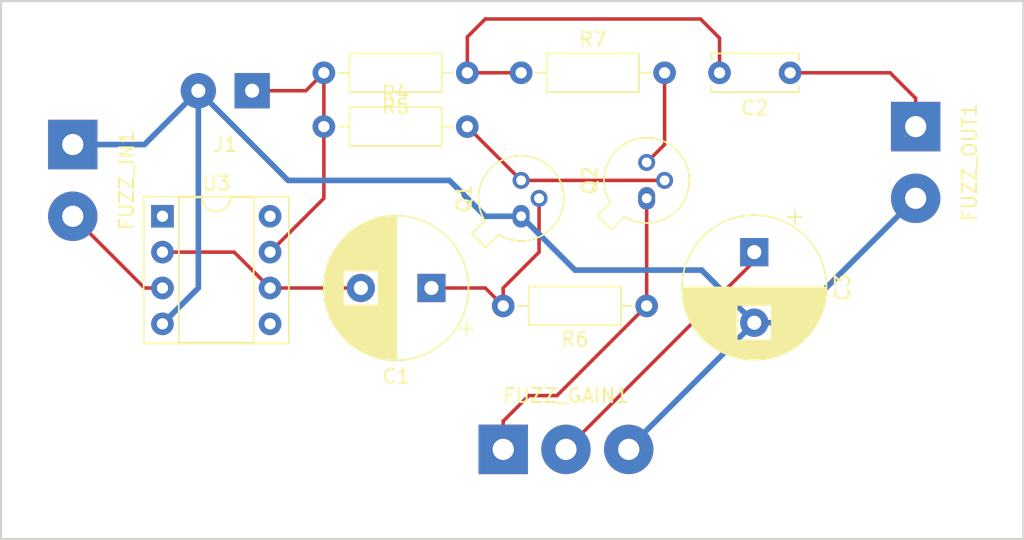
<source format=kicad_pcb>
(kicad_pcb (version 20171130) (host pcbnew 5.0.2-bee76a0~70~ubuntu18.04.1)

  (general
    (thickness 1.6)
    (drawings 4)
    (tracks 51)
    (zones 0)
    (modules 14)
    (nets 15)
  )

  (page A4)
  (layers
    (0 F.Cu signal)
    (31 B.Cu signal)
    (32 B.Adhes user)
    (33 F.Adhes user)
    (34 B.Paste user)
    (35 F.Paste user)
    (36 B.SilkS user)
    (37 F.SilkS user)
    (38 B.Mask user)
    (39 F.Mask user)
    (40 Dwgs.User user)
    (41 Cmts.User user)
    (42 Eco1.User user)
    (43 Eco2.User user)
    (44 Edge.Cuts user)
    (45 Margin user)
    (46 B.CrtYd user)
    (47 F.CrtYd user)
    (48 B.Fab user)
    (49 F.Fab user)
  )

  (setup
    (last_trace_width 0.25)
    (trace_clearance 0.2)
    (zone_clearance 0.508)
    (zone_45_only no)
    (trace_min 0.2)
    (segment_width 0.2)
    (edge_width 0.15)
    (via_size 0.8)
    (via_drill 0.4)
    (via_min_size 0.4)
    (via_min_drill 0.3)
    (uvia_size 0.3)
    (uvia_drill 0.1)
    (uvias_allowed no)
    (uvia_min_size 0.2)
    (uvia_min_drill 0.1)
    (pcb_text_width 0.3)
    (pcb_text_size 1.5 1.5)
    (mod_edge_width 0.15)
    (mod_text_size 1 1)
    (mod_text_width 0.15)
    (pad_size 1.524 1.524)
    (pad_drill 0.762)
    (pad_to_mask_clearance 0.051)
    (solder_mask_min_width 0.25)
    (aux_axis_origin 0 0)
    (grid_origin 12.7 50.8)
    (visible_elements FFFFFF7F)
    (pcbplotparams
      (layerselection 0x010fc_ffffffff)
      (usegerberextensions false)
      (usegerberattributes false)
      (usegerberadvancedattributes false)
      (creategerberjobfile false)
      (excludeedgelayer true)
      (linewidth 0.100000)
      (plotframeref false)
      (viasonmask false)
      (mode 1)
      (useauxorigin false)
      (hpglpennumber 1)
      (hpglpenspeed 20)
      (hpglpendiameter 15.000000)
      (psnegative false)
      (psa4output false)
      (plotreference true)
      (plotvalue true)
      (plotinvisibletext false)
      (padsonsilk false)
      (subtractmaskfromsilk false)
      (outputformat 1)
      (mirror false)
      (drillshape 1)
      (scaleselection 1)
      (outputdirectory ""))
  )

  (net 0 "")
  (net 1 "Net-(C1-Pad1)")
  (net 2 "Net-(C1-Pad2)")
  (net 3 "Net-(C2-Pad1)")
  (net 4 "Net-(C2-Pad2)")
  (net 5 GND)
  (net 6 "Net-(C3-Pad1)")
  (net 7 "Net-(Q1-Pad3)")
  (net 8 "Net-(Q2-Pad3)")
  (net 9 "Net-(FUZZ_GAIN1-Pad1)")
  (net 10 "Net-(U3-Pad1)")
  (net 11 "Net-(U3-Pad5)")
  (net 12 "Net-(FUZZ_IN1-Pad2)")
  (net 13 "Net-(U3-Pad8)")
  (net 14 "Net-(J1-Pad1)")

  (net_class Default "This is the default net class."
    (clearance 0.2)
    (trace_width 0.25)
    (via_dia 0.8)
    (via_drill 0.4)
    (uvia_dia 0.3)
    (uvia_drill 0.1)
    (add_net GND)
    (add_net "Net-(C1-Pad1)")
    (add_net "Net-(C1-Pad2)")
    (add_net "Net-(C2-Pad1)")
    (add_net "Net-(C2-Pad2)")
    (add_net "Net-(C3-Pad1)")
    (add_net "Net-(FUZZ_GAIN1-Pad1)")
    (add_net "Net-(FUZZ_IN1-Pad2)")
    (add_net "Net-(J1-Pad1)")
    (add_net "Net-(Q1-Pad3)")
    (add_net "Net-(Q2-Pad3)")
    (add_net "Net-(U3-Pad1)")
    (add_net "Net-(U3-Pad5)")
    (add_net "Net-(U3-Pad8)")
  )

  (module Connector_Wire:SolderWirePad_1x02_P3.81mm_Drill1mm (layer F.Cu) (tedit 5AEE5F04) (tstamp 5C925570)
    (at 30.48 19.05 180)
    (descr "Wire solder connection")
    (tags connector)
    (path /5C9241B5)
    (attr virtual)
    (fp_text reference J1 (at 1.905 -3.81 180) (layer F.SilkS)
      (effects (font (size 1 1) (thickness 0.15)))
    )
    (fp_text value Conn_01x02_Male (at 1.905 3.81 180) (layer F.Fab)
      (effects (font (size 1 1) (thickness 0.15)))
    )
    (fp_text user %R (at 1.905 0 180) (layer F.Fab)
      (effects (font (size 1 1) (thickness 0.15)))
    )
    (fp_line (start -1.74 -1.75) (end 5.56 -1.75) (layer F.CrtYd) (width 0.05))
    (fp_line (start -1.74 -1.75) (end -1.74 1.75) (layer F.CrtYd) (width 0.05))
    (fp_line (start 5.56 1.75) (end 5.56 -1.75) (layer F.CrtYd) (width 0.05))
    (fp_line (start 5.56 1.75) (end -1.74 1.75) (layer F.CrtYd) (width 0.05))
    (pad 1 thru_hole rect (at 0 0 180) (size 2.49936 2.49936) (drill 1.00076) (layers *.Cu *.Mask)
      (net 14 "Net-(J1-Pad1)"))
    (pad 2 thru_hole circle (at 3.81 0 180) (size 2.49936 2.49936) (drill 1.00076) (layers *.Cu *.Mask)
      (net 5 GND))
  )

  (module Package_DIP:DIP-8_W7.62mm_Socket (layer F.Cu) (tedit 5A02E8C5) (tstamp 5C82AF68)
    (at 24.13 27.94)
    (descr "8-lead though-hole mounted DIP package, row spacing 7.62 mm (300 mils), Socket")
    (tags "THT DIP DIL PDIP 2.54mm 7.62mm 300mil Socket")
    (path /5C8282EB)
    (fp_text reference U3 (at 3.81 -2.33) (layer F.SilkS)
      (effects (font (size 1 1) (thickness 0.15)))
    )
    (fp_text value TL071 (at 3.81 9.95) (layer F.Fab)
      (effects (font (size 1 1) (thickness 0.15)))
    )
    (fp_arc (start 3.81 -1.33) (end 2.81 -1.33) (angle -180) (layer F.SilkS) (width 0.12))
    (fp_line (start 1.635 -1.27) (end 6.985 -1.27) (layer F.Fab) (width 0.1))
    (fp_line (start 6.985 -1.27) (end 6.985 8.89) (layer F.Fab) (width 0.1))
    (fp_line (start 6.985 8.89) (end 0.635 8.89) (layer F.Fab) (width 0.1))
    (fp_line (start 0.635 8.89) (end 0.635 -0.27) (layer F.Fab) (width 0.1))
    (fp_line (start 0.635 -0.27) (end 1.635 -1.27) (layer F.Fab) (width 0.1))
    (fp_line (start -1.27 -1.33) (end -1.27 8.95) (layer F.Fab) (width 0.1))
    (fp_line (start -1.27 8.95) (end 8.89 8.95) (layer F.Fab) (width 0.1))
    (fp_line (start 8.89 8.95) (end 8.89 -1.33) (layer F.Fab) (width 0.1))
    (fp_line (start 8.89 -1.33) (end -1.27 -1.33) (layer F.Fab) (width 0.1))
    (fp_line (start 2.81 -1.33) (end 1.16 -1.33) (layer F.SilkS) (width 0.12))
    (fp_line (start 1.16 -1.33) (end 1.16 8.95) (layer F.SilkS) (width 0.12))
    (fp_line (start 1.16 8.95) (end 6.46 8.95) (layer F.SilkS) (width 0.12))
    (fp_line (start 6.46 8.95) (end 6.46 -1.33) (layer F.SilkS) (width 0.12))
    (fp_line (start 6.46 -1.33) (end 4.81 -1.33) (layer F.SilkS) (width 0.12))
    (fp_line (start -1.33 -1.39) (end -1.33 9.01) (layer F.SilkS) (width 0.12))
    (fp_line (start -1.33 9.01) (end 8.95 9.01) (layer F.SilkS) (width 0.12))
    (fp_line (start 8.95 9.01) (end 8.95 -1.39) (layer F.SilkS) (width 0.12))
    (fp_line (start 8.95 -1.39) (end -1.33 -1.39) (layer F.SilkS) (width 0.12))
    (fp_line (start -1.55 -1.6) (end -1.55 9.2) (layer F.CrtYd) (width 0.05))
    (fp_line (start -1.55 9.2) (end 9.15 9.2) (layer F.CrtYd) (width 0.05))
    (fp_line (start 9.15 9.2) (end 9.15 -1.6) (layer F.CrtYd) (width 0.05))
    (fp_line (start 9.15 -1.6) (end -1.55 -1.6) (layer F.CrtYd) (width 0.05))
    (fp_text user %R (at 3.81 3.81) (layer F.Fab)
      (effects (font (size 1 1) (thickness 0.15)))
    )
    (pad 1 thru_hole rect (at 0 0) (size 1.6 1.6) (drill 0.8) (layers *.Cu *.Mask)
      (net 10 "Net-(U3-Pad1)"))
    (pad 5 thru_hole oval (at 7.62 7.62) (size 1.6 1.6) (drill 0.8) (layers *.Cu *.Mask)
      (net 11 "Net-(U3-Pad5)"))
    (pad 2 thru_hole oval (at 0 2.54) (size 1.6 1.6) (drill 0.8) (layers *.Cu *.Mask)
      (net 2 "Net-(C1-Pad2)"))
    (pad 6 thru_hole oval (at 7.62 5.08) (size 1.6 1.6) (drill 0.8) (layers *.Cu *.Mask)
      (net 2 "Net-(C1-Pad2)"))
    (pad 3 thru_hole oval (at 0 5.08) (size 1.6 1.6) (drill 0.8) (layers *.Cu *.Mask)
      (net 12 "Net-(FUZZ_IN1-Pad2)"))
    (pad 7 thru_hole oval (at 7.62 2.54) (size 1.6 1.6) (drill 0.8) (layers *.Cu *.Mask)
      (net 14 "Net-(J1-Pad1)"))
    (pad 4 thru_hole oval (at 0 7.62) (size 1.6 1.6) (drill 0.8) (layers *.Cu *.Mask)
      (net 5 GND))
    (pad 8 thru_hole oval (at 7.62 0) (size 1.6 1.6) (drill 0.8) (layers *.Cu *.Mask)
      (net 13 "Net-(U3-Pad8)"))
    (model ${KISYS3DMOD}/Package_DIP.3dshapes/DIP-8_W7.62mm_Socket.wrl
      (at (xyz 0 0 0))
      (scale (xyz 1 1 1))
      (rotate (xyz 0 0 0))
    )
  )

  (module Capacitor_THT:CP_Radial_D10.0mm_P5.00mm (layer F.Cu) (tedit 5AE50EF1) (tstamp 5C6E109D)
    (at 43.18 33.02 180)
    (descr "CP, Radial series, Radial, pin pitch=5.00mm, , diameter=10mm, Electrolytic Capacitor")
    (tags "CP Radial series Radial pin pitch 5.00mm  diameter 10mm Electrolytic Capacitor")
    (path /5C549062)
    (fp_text reference C1 (at 2.5 -6.25 180) (layer F.SilkS)
      (effects (font (size 1 1) (thickness 0.15)))
    )
    (fp_text value 2.2uF (at 2.5 6.25 180) (layer F.Fab)
      (effects (font (size 1 1) (thickness 0.15)))
    )
    (fp_circle (center 2.5 0) (end 7.5 0) (layer F.Fab) (width 0.1))
    (fp_circle (center 2.5 0) (end 7.62 0) (layer F.SilkS) (width 0.12))
    (fp_circle (center 2.5 0) (end 7.75 0) (layer F.CrtYd) (width 0.05))
    (fp_line (start -1.788861 -2.1875) (end -0.788861 -2.1875) (layer F.Fab) (width 0.1))
    (fp_line (start -1.288861 -2.6875) (end -1.288861 -1.6875) (layer F.Fab) (width 0.1))
    (fp_line (start 2.5 -5.08) (end 2.5 5.08) (layer F.SilkS) (width 0.12))
    (fp_line (start 2.54 -5.08) (end 2.54 5.08) (layer F.SilkS) (width 0.12))
    (fp_line (start 2.58 -5.08) (end 2.58 5.08) (layer F.SilkS) (width 0.12))
    (fp_line (start 2.62 -5.079) (end 2.62 5.079) (layer F.SilkS) (width 0.12))
    (fp_line (start 2.66 -5.078) (end 2.66 5.078) (layer F.SilkS) (width 0.12))
    (fp_line (start 2.7 -5.077) (end 2.7 5.077) (layer F.SilkS) (width 0.12))
    (fp_line (start 2.74 -5.075) (end 2.74 5.075) (layer F.SilkS) (width 0.12))
    (fp_line (start 2.78 -5.073) (end 2.78 5.073) (layer F.SilkS) (width 0.12))
    (fp_line (start 2.82 -5.07) (end 2.82 5.07) (layer F.SilkS) (width 0.12))
    (fp_line (start 2.86 -5.068) (end 2.86 5.068) (layer F.SilkS) (width 0.12))
    (fp_line (start 2.9 -5.065) (end 2.9 5.065) (layer F.SilkS) (width 0.12))
    (fp_line (start 2.94 -5.062) (end 2.94 5.062) (layer F.SilkS) (width 0.12))
    (fp_line (start 2.98 -5.058) (end 2.98 5.058) (layer F.SilkS) (width 0.12))
    (fp_line (start 3.02 -5.054) (end 3.02 5.054) (layer F.SilkS) (width 0.12))
    (fp_line (start 3.06 -5.05) (end 3.06 5.05) (layer F.SilkS) (width 0.12))
    (fp_line (start 3.1 -5.045) (end 3.1 5.045) (layer F.SilkS) (width 0.12))
    (fp_line (start 3.14 -5.04) (end 3.14 5.04) (layer F.SilkS) (width 0.12))
    (fp_line (start 3.18 -5.035) (end 3.18 5.035) (layer F.SilkS) (width 0.12))
    (fp_line (start 3.221 -5.03) (end 3.221 5.03) (layer F.SilkS) (width 0.12))
    (fp_line (start 3.261 -5.024) (end 3.261 5.024) (layer F.SilkS) (width 0.12))
    (fp_line (start 3.301 -5.018) (end 3.301 5.018) (layer F.SilkS) (width 0.12))
    (fp_line (start 3.341 -5.011) (end 3.341 5.011) (layer F.SilkS) (width 0.12))
    (fp_line (start 3.381 -5.004) (end 3.381 5.004) (layer F.SilkS) (width 0.12))
    (fp_line (start 3.421 -4.997) (end 3.421 4.997) (layer F.SilkS) (width 0.12))
    (fp_line (start 3.461 -4.99) (end 3.461 4.99) (layer F.SilkS) (width 0.12))
    (fp_line (start 3.501 -4.982) (end 3.501 4.982) (layer F.SilkS) (width 0.12))
    (fp_line (start 3.541 -4.974) (end 3.541 4.974) (layer F.SilkS) (width 0.12))
    (fp_line (start 3.581 -4.965) (end 3.581 4.965) (layer F.SilkS) (width 0.12))
    (fp_line (start 3.621 -4.956) (end 3.621 4.956) (layer F.SilkS) (width 0.12))
    (fp_line (start 3.661 -4.947) (end 3.661 4.947) (layer F.SilkS) (width 0.12))
    (fp_line (start 3.701 -4.938) (end 3.701 4.938) (layer F.SilkS) (width 0.12))
    (fp_line (start 3.741 -4.928) (end 3.741 4.928) (layer F.SilkS) (width 0.12))
    (fp_line (start 3.781 -4.918) (end 3.781 -1.241) (layer F.SilkS) (width 0.12))
    (fp_line (start 3.781 1.241) (end 3.781 4.918) (layer F.SilkS) (width 0.12))
    (fp_line (start 3.821 -4.907) (end 3.821 -1.241) (layer F.SilkS) (width 0.12))
    (fp_line (start 3.821 1.241) (end 3.821 4.907) (layer F.SilkS) (width 0.12))
    (fp_line (start 3.861 -4.897) (end 3.861 -1.241) (layer F.SilkS) (width 0.12))
    (fp_line (start 3.861 1.241) (end 3.861 4.897) (layer F.SilkS) (width 0.12))
    (fp_line (start 3.901 -4.885) (end 3.901 -1.241) (layer F.SilkS) (width 0.12))
    (fp_line (start 3.901 1.241) (end 3.901 4.885) (layer F.SilkS) (width 0.12))
    (fp_line (start 3.941 -4.874) (end 3.941 -1.241) (layer F.SilkS) (width 0.12))
    (fp_line (start 3.941 1.241) (end 3.941 4.874) (layer F.SilkS) (width 0.12))
    (fp_line (start 3.981 -4.862) (end 3.981 -1.241) (layer F.SilkS) (width 0.12))
    (fp_line (start 3.981 1.241) (end 3.981 4.862) (layer F.SilkS) (width 0.12))
    (fp_line (start 4.021 -4.85) (end 4.021 -1.241) (layer F.SilkS) (width 0.12))
    (fp_line (start 4.021 1.241) (end 4.021 4.85) (layer F.SilkS) (width 0.12))
    (fp_line (start 4.061 -4.837) (end 4.061 -1.241) (layer F.SilkS) (width 0.12))
    (fp_line (start 4.061 1.241) (end 4.061 4.837) (layer F.SilkS) (width 0.12))
    (fp_line (start 4.101 -4.824) (end 4.101 -1.241) (layer F.SilkS) (width 0.12))
    (fp_line (start 4.101 1.241) (end 4.101 4.824) (layer F.SilkS) (width 0.12))
    (fp_line (start 4.141 -4.811) (end 4.141 -1.241) (layer F.SilkS) (width 0.12))
    (fp_line (start 4.141 1.241) (end 4.141 4.811) (layer F.SilkS) (width 0.12))
    (fp_line (start 4.181 -4.797) (end 4.181 -1.241) (layer F.SilkS) (width 0.12))
    (fp_line (start 4.181 1.241) (end 4.181 4.797) (layer F.SilkS) (width 0.12))
    (fp_line (start 4.221 -4.783) (end 4.221 -1.241) (layer F.SilkS) (width 0.12))
    (fp_line (start 4.221 1.241) (end 4.221 4.783) (layer F.SilkS) (width 0.12))
    (fp_line (start 4.261 -4.768) (end 4.261 -1.241) (layer F.SilkS) (width 0.12))
    (fp_line (start 4.261 1.241) (end 4.261 4.768) (layer F.SilkS) (width 0.12))
    (fp_line (start 4.301 -4.754) (end 4.301 -1.241) (layer F.SilkS) (width 0.12))
    (fp_line (start 4.301 1.241) (end 4.301 4.754) (layer F.SilkS) (width 0.12))
    (fp_line (start 4.341 -4.738) (end 4.341 -1.241) (layer F.SilkS) (width 0.12))
    (fp_line (start 4.341 1.241) (end 4.341 4.738) (layer F.SilkS) (width 0.12))
    (fp_line (start 4.381 -4.723) (end 4.381 -1.241) (layer F.SilkS) (width 0.12))
    (fp_line (start 4.381 1.241) (end 4.381 4.723) (layer F.SilkS) (width 0.12))
    (fp_line (start 4.421 -4.707) (end 4.421 -1.241) (layer F.SilkS) (width 0.12))
    (fp_line (start 4.421 1.241) (end 4.421 4.707) (layer F.SilkS) (width 0.12))
    (fp_line (start 4.461 -4.69) (end 4.461 -1.241) (layer F.SilkS) (width 0.12))
    (fp_line (start 4.461 1.241) (end 4.461 4.69) (layer F.SilkS) (width 0.12))
    (fp_line (start 4.501 -4.674) (end 4.501 -1.241) (layer F.SilkS) (width 0.12))
    (fp_line (start 4.501 1.241) (end 4.501 4.674) (layer F.SilkS) (width 0.12))
    (fp_line (start 4.541 -4.657) (end 4.541 -1.241) (layer F.SilkS) (width 0.12))
    (fp_line (start 4.541 1.241) (end 4.541 4.657) (layer F.SilkS) (width 0.12))
    (fp_line (start 4.581 -4.639) (end 4.581 -1.241) (layer F.SilkS) (width 0.12))
    (fp_line (start 4.581 1.241) (end 4.581 4.639) (layer F.SilkS) (width 0.12))
    (fp_line (start 4.621 -4.621) (end 4.621 -1.241) (layer F.SilkS) (width 0.12))
    (fp_line (start 4.621 1.241) (end 4.621 4.621) (layer F.SilkS) (width 0.12))
    (fp_line (start 4.661 -4.603) (end 4.661 -1.241) (layer F.SilkS) (width 0.12))
    (fp_line (start 4.661 1.241) (end 4.661 4.603) (layer F.SilkS) (width 0.12))
    (fp_line (start 4.701 -4.584) (end 4.701 -1.241) (layer F.SilkS) (width 0.12))
    (fp_line (start 4.701 1.241) (end 4.701 4.584) (layer F.SilkS) (width 0.12))
    (fp_line (start 4.741 -4.564) (end 4.741 -1.241) (layer F.SilkS) (width 0.12))
    (fp_line (start 4.741 1.241) (end 4.741 4.564) (layer F.SilkS) (width 0.12))
    (fp_line (start 4.781 -4.545) (end 4.781 -1.241) (layer F.SilkS) (width 0.12))
    (fp_line (start 4.781 1.241) (end 4.781 4.545) (layer F.SilkS) (width 0.12))
    (fp_line (start 4.821 -4.525) (end 4.821 -1.241) (layer F.SilkS) (width 0.12))
    (fp_line (start 4.821 1.241) (end 4.821 4.525) (layer F.SilkS) (width 0.12))
    (fp_line (start 4.861 -4.504) (end 4.861 -1.241) (layer F.SilkS) (width 0.12))
    (fp_line (start 4.861 1.241) (end 4.861 4.504) (layer F.SilkS) (width 0.12))
    (fp_line (start 4.901 -4.483) (end 4.901 -1.241) (layer F.SilkS) (width 0.12))
    (fp_line (start 4.901 1.241) (end 4.901 4.483) (layer F.SilkS) (width 0.12))
    (fp_line (start 4.941 -4.462) (end 4.941 -1.241) (layer F.SilkS) (width 0.12))
    (fp_line (start 4.941 1.241) (end 4.941 4.462) (layer F.SilkS) (width 0.12))
    (fp_line (start 4.981 -4.44) (end 4.981 -1.241) (layer F.SilkS) (width 0.12))
    (fp_line (start 4.981 1.241) (end 4.981 4.44) (layer F.SilkS) (width 0.12))
    (fp_line (start 5.021 -4.417) (end 5.021 -1.241) (layer F.SilkS) (width 0.12))
    (fp_line (start 5.021 1.241) (end 5.021 4.417) (layer F.SilkS) (width 0.12))
    (fp_line (start 5.061 -4.395) (end 5.061 -1.241) (layer F.SilkS) (width 0.12))
    (fp_line (start 5.061 1.241) (end 5.061 4.395) (layer F.SilkS) (width 0.12))
    (fp_line (start 5.101 -4.371) (end 5.101 -1.241) (layer F.SilkS) (width 0.12))
    (fp_line (start 5.101 1.241) (end 5.101 4.371) (layer F.SilkS) (width 0.12))
    (fp_line (start 5.141 -4.347) (end 5.141 -1.241) (layer F.SilkS) (width 0.12))
    (fp_line (start 5.141 1.241) (end 5.141 4.347) (layer F.SilkS) (width 0.12))
    (fp_line (start 5.181 -4.323) (end 5.181 -1.241) (layer F.SilkS) (width 0.12))
    (fp_line (start 5.181 1.241) (end 5.181 4.323) (layer F.SilkS) (width 0.12))
    (fp_line (start 5.221 -4.298) (end 5.221 -1.241) (layer F.SilkS) (width 0.12))
    (fp_line (start 5.221 1.241) (end 5.221 4.298) (layer F.SilkS) (width 0.12))
    (fp_line (start 5.261 -4.273) (end 5.261 -1.241) (layer F.SilkS) (width 0.12))
    (fp_line (start 5.261 1.241) (end 5.261 4.273) (layer F.SilkS) (width 0.12))
    (fp_line (start 5.301 -4.247) (end 5.301 -1.241) (layer F.SilkS) (width 0.12))
    (fp_line (start 5.301 1.241) (end 5.301 4.247) (layer F.SilkS) (width 0.12))
    (fp_line (start 5.341 -4.221) (end 5.341 -1.241) (layer F.SilkS) (width 0.12))
    (fp_line (start 5.341 1.241) (end 5.341 4.221) (layer F.SilkS) (width 0.12))
    (fp_line (start 5.381 -4.194) (end 5.381 -1.241) (layer F.SilkS) (width 0.12))
    (fp_line (start 5.381 1.241) (end 5.381 4.194) (layer F.SilkS) (width 0.12))
    (fp_line (start 5.421 -4.166) (end 5.421 -1.241) (layer F.SilkS) (width 0.12))
    (fp_line (start 5.421 1.241) (end 5.421 4.166) (layer F.SilkS) (width 0.12))
    (fp_line (start 5.461 -4.138) (end 5.461 -1.241) (layer F.SilkS) (width 0.12))
    (fp_line (start 5.461 1.241) (end 5.461 4.138) (layer F.SilkS) (width 0.12))
    (fp_line (start 5.501 -4.11) (end 5.501 -1.241) (layer F.SilkS) (width 0.12))
    (fp_line (start 5.501 1.241) (end 5.501 4.11) (layer F.SilkS) (width 0.12))
    (fp_line (start 5.541 -4.08) (end 5.541 -1.241) (layer F.SilkS) (width 0.12))
    (fp_line (start 5.541 1.241) (end 5.541 4.08) (layer F.SilkS) (width 0.12))
    (fp_line (start 5.581 -4.05) (end 5.581 -1.241) (layer F.SilkS) (width 0.12))
    (fp_line (start 5.581 1.241) (end 5.581 4.05) (layer F.SilkS) (width 0.12))
    (fp_line (start 5.621 -4.02) (end 5.621 -1.241) (layer F.SilkS) (width 0.12))
    (fp_line (start 5.621 1.241) (end 5.621 4.02) (layer F.SilkS) (width 0.12))
    (fp_line (start 5.661 -3.989) (end 5.661 -1.241) (layer F.SilkS) (width 0.12))
    (fp_line (start 5.661 1.241) (end 5.661 3.989) (layer F.SilkS) (width 0.12))
    (fp_line (start 5.701 -3.957) (end 5.701 -1.241) (layer F.SilkS) (width 0.12))
    (fp_line (start 5.701 1.241) (end 5.701 3.957) (layer F.SilkS) (width 0.12))
    (fp_line (start 5.741 -3.925) (end 5.741 -1.241) (layer F.SilkS) (width 0.12))
    (fp_line (start 5.741 1.241) (end 5.741 3.925) (layer F.SilkS) (width 0.12))
    (fp_line (start 5.781 -3.892) (end 5.781 -1.241) (layer F.SilkS) (width 0.12))
    (fp_line (start 5.781 1.241) (end 5.781 3.892) (layer F.SilkS) (width 0.12))
    (fp_line (start 5.821 -3.858) (end 5.821 -1.241) (layer F.SilkS) (width 0.12))
    (fp_line (start 5.821 1.241) (end 5.821 3.858) (layer F.SilkS) (width 0.12))
    (fp_line (start 5.861 -3.824) (end 5.861 -1.241) (layer F.SilkS) (width 0.12))
    (fp_line (start 5.861 1.241) (end 5.861 3.824) (layer F.SilkS) (width 0.12))
    (fp_line (start 5.901 -3.789) (end 5.901 -1.241) (layer F.SilkS) (width 0.12))
    (fp_line (start 5.901 1.241) (end 5.901 3.789) (layer F.SilkS) (width 0.12))
    (fp_line (start 5.941 -3.753) (end 5.941 -1.241) (layer F.SilkS) (width 0.12))
    (fp_line (start 5.941 1.241) (end 5.941 3.753) (layer F.SilkS) (width 0.12))
    (fp_line (start 5.981 -3.716) (end 5.981 -1.241) (layer F.SilkS) (width 0.12))
    (fp_line (start 5.981 1.241) (end 5.981 3.716) (layer F.SilkS) (width 0.12))
    (fp_line (start 6.021 -3.679) (end 6.021 -1.241) (layer F.SilkS) (width 0.12))
    (fp_line (start 6.021 1.241) (end 6.021 3.679) (layer F.SilkS) (width 0.12))
    (fp_line (start 6.061 -3.64) (end 6.061 -1.241) (layer F.SilkS) (width 0.12))
    (fp_line (start 6.061 1.241) (end 6.061 3.64) (layer F.SilkS) (width 0.12))
    (fp_line (start 6.101 -3.601) (end 6.101 -1.241) (layer F.SilkS) (width 0.12))
    (fp_line (start 6.101 1.241) (end 6.101 3.601) (layer F.SilkS) (width 0.12))
    (fp_line (start 6.141 -3.561) (end 6.141 -1.241) (layer F.SilkS) (width 0.12))
    (fp_line (start 6.141 1.241) (end 6.141 3.561) (layer F.SilkS) (width 0.12))
    (fp_line (start 6.181 -3.52) (end 6.181 -1.241) (layer F.SilkS) (width 0.12))
    (fp_line (start 6.181 1.241) (end 6.181 3.52) (layer F.SilkS) (width 0.12))
    (fp_line (start 6.221 -3.478) (end 6.221 -1.241) (layer F.SilkS) (width 0.12))
    (fp_line (start 6.221 1.241) (end 6.221 3.478) (layer F.SilkS) (width 0.12))
    (fp_line (start 6.261 -3.436) (end 6.261 3.436) (layer F.SilkS) (width 0.12))
    (fp_line (start 6.301 -3.392) (end 6.301 3.392) (layer F.SilkS) (width 0.12))
    (fp_line (start 6.341 -3.347) (end 6.341 3.347) (layer F.SilkS) (width 0.12))
    (fp_line (start 6.381 -3.301) (end 6.381 3.301) (layer F.SilkS) (width 0.12))
    (fp_line (start 6.421 -3.254) (end 6.421 3.254) (layer F.SilkS) (width 0.12))
    (fp_line (start 6.461 -3.206) (end 6.461 3.206) (layer F.SilkS) (width 0.12))
    (fp_line (start 6.501 -3.156) (end 6.501 3.156) (layer F.SilkS) (width 0.12))
    (fp_line (start 6.541 -3.106) (end 6.541 3.106) (layer F.SilkS) (width 0.12))
    (fp_line (start 6.581 -3.054) (end 6.581 3.054) (layer F.SilkS) (width 0.12))
    (fp_line (start 6.621 -3) (end 6.621 3) (layer F.SilkS) (width 0.12))
    (fp_line (start 6.661 -2.945) (end 6.661 2.945) (layer F.SilkS) (width 0.12))
    (fp_line (start 6.701 -2.889) (end 6.701 2.889) (layer F.SilkS) (width 0.12))
    (fp_line (start 6.741 -2.83) (end 6.741 2.83) (layer F.SilkS) (width 0.12))
    (fp_line (start 6.781 -2.77) (end 6.781 2.77) (layer F.SilkS) (width 0.12))
    (fp_line (start 6.821 -2.709) (end 6.821 2.709) (layer F.SilkS) (width 0.12))
    (fp_line (start 6.861 -2.645) (end 6.861 2.645) (layer F.SilkS) (width 0.12))
    (fp_line (start 6.901 -2.579) (end 6.901 2.579) (layer F.SilkS) (width 0.12))
    (fp_line (start 6.941 -2.51) (end 6.941 2.51) (layer F.SilkS) (width 0.12))
    (fp_line (start 6.981 -2.439) (end 6.981 2.439) (layer F.SilkS) (width 0.12))
    (fp_line (start 7.021 -2.365) (end 7.021 2.365) (layer F.SilkS) (width 0.12))
    (fp_line (start 7.061 -2.289) (end 7.061 2.289) (layer F.SilkS) (width 0.12))
    (fp_line (start 7.101 -2.209) (end 7.101 2.209) (layer F.SilkS) (width 0.12))
    (fp_line (start 7.141 -2.125) (end 7.141 2.125) (layer F.SilkS) (width 0.12))
    (fp_line (start 7.181 -2.037) (end 7.181 2.037) (layer F.SilkS) (width 0.12))
    (fp_line (start 7.221 -1.944) (end 7.221 1.944) (layer F.SilkS) (width 0.12))
    (fp_line (start 7.261 -1.846) (end 7.261 1.846) (layer F.SilkS) (width 0.12))
    (fp_line (start 7.301 -1.742) (end 7.301 1.742) (layer F.SilkS) (width 0.12))
    (fp_line (start 7.341 -1.63) (end 7.341 1.63) (layer F.SilkS) (width 0.12))
    (fp_line (start 7.381 -1.51) (end 7.381 1.51) (layer F.SilkS) (width 0.12))
    (fp_line (start 7.421 -1.378) (end 7.421 1.378) (layer F.SilkS) (width 0.12))
    (fp_line (start 7.461 -1.23) (end 7.461 1.23) (layer F.SilkS) (width 0.12))
    (fp_line (start 7.501 -1.062) (end 7.501 1.062) (layer F.SilkS) (width 0.12))
    (fp_line (start 7.541 -0.862) (end 7.541 0.862) (layer F.SilkS) (width 0.12))
    (fp_line (start 7.581 -0.599) (end 7.581 0.599) (layer F.SilkS) (width 0.12))
    (fp_line (start -2.979646 -2.875) (end -1.979646 -2.875) (layer F.SilkS) (width 0.12))
    (fp_line (start -2.479646 -3.375) (end -2.479646 -2.375) (layer F.SilkS) (width 0.12))
    (fp_text user %R (at 2.5 0 180) (layer F.Fab)
      (effects (font (size 1 1) (thickness 0.15)))
    )
    (pad 1 thru_hole rect (at 0 0 180) (size 2 2) (drill 1) (layers *.Cu *.Mask)
      (net 1 "Net-(C1-Pad1)"))
    (pad 2 thru_hole circle (at 5 0 180) (size 2 2) (drill 1) (layers *.Cu *.Mask)
      (net 2 "Net-(C1-Pad2)"))
    (model ${KISYS3DMOD}/Capacitor_THT.3dshapes/CP_Radial_D10.0mm_P5.00mm.wrl
      (at (xyz 0 0 0))
      (scale (xyz 1 1 1))
      (rotate (xyz 0 0 0))
    )
  )

  (module Capacitor_THT:C_Disc_D6.0mm_W2.5mm_P5.00mm (layer F.Cu) (tedit 5AE50EF0) (tstamp 5C6E10B2)
    (at 68.58 17.78 180)
    (descr "C, Disc series, Radial, pin pitch=5.00mm, , diameter*width=6*2.5mm^2, Capacitor, http://cdn-reichelt.de/documents/datenblatt/B300/DS_KERKO_TC.pdf")
    (tags "C Disc series Radial pin pitch 5.00mm  diameter 6mm width 2.5mm Capacitor")
    (path /5C54AA80)
    (fp_text reference C2 (at 2.5 -2.5 180) (layer F.SilkS)
      (effects (font (size 1 1) (thickness 0.15)))
    )
    (fp_text value 0.01uF (at 2.5 2.5 180) (layer F.Fab)
      (effects (font (size 1 1) (thickness 0.15)))
    )
    (fp_line (start -0.5 -1.25) (end -0.5 1.25) (layer F.Fab) (width 0.1))
    (fp_line (start -0.5 1.25) (end 5.5 1.25) (layer F.Fab) (width 0.1))
    (fp_line (start 5.5 1.25) (end 5.5 -1.25) (layer F.Fab) (width 0.1))
    (fp_line (start 5.5 -1.25) (end -0.5 -1.25) (layer F.Fab) (width 0.1))
    (fp_line (start -0.62 -1.37) (end 5.62 -1.37) (layer F.SilkS) (width 0.12))
    (fp_line (start -0.62 1.37) (end 5.62 1.37) (layer F.SilkS) (width 0.12))
    (fp_line (start -0.62 -1.37) (end -0.62 -0.925) (layer F.SilkS) (width 0.12))
    (fp_line (start -0.62 0.925) (end -0.62 1.37) (layer F.SilkS) (width 0.12))
    (fp_line (start 5.62 -1.37) (end 5.62 -0.925) (layer F.SilkS) (width 0.12))
    (fp_line (start 5.62 0.925) (end 5.62 1.37) (layer F.SilkS) (width 0.12))
    (fp_line (start -1.05 -1.5) (end -1.05 1.5) (layer F.CrtYd) (width 0.05))
    (fp_line (start -1.05 1.5) (end 6.05 1.5) (layer F.CrtYd) (width 0.05))
    (fp_line (start 6.05 1.5) (end 6.05 -1.5) (layer F.CrtYd) (width 0.05))
    (fp_line (start 6.05 -1.5) (end -1.05 -1.5) (layer F.CrtYd) (width 0.05))
    (fp_text user %R (at 2.5 0 180) (layer F.Fab)
      (effects (font (size 1 1) (thickness 0.15)))
    )
    (pad 1 thru_hole circle (at 0 0 180) (size 1.6 1.6) (drill 0.8) (layers *.Cu *.Mask)
      (net 3 "Net-(C2-Pad1)"))
    (pad 2 thru_hole circle (at 5 0 180) (size 1.6 1.6) (drill 0.8) (layers *.Cu *.Mask)
      (net 4 "Net-(C2-Pad2)"))
    (model ${KISYS3DMOD}/Capacitor_THT.3dshapes/C_Disc_D6.0mm_W2.5mm_P5.00mm.wrl
      (at (xyz 0 0 0))
      (scale (xyz 1 1 1))
      (rotate (xyz 0 0 0))
    )
  )

  (module Capacitor_THT:CP_Radial_D10.0mm_P5.00mm (layer F.Cu) (tedit 5AE50EF1) (tstamp 5C6E117E)
    (at 66.04 30.48 270)
    (descr "CP, Radial series, Radial, pin pitch=5.00mm, , diameter=10mm, Electrolytic Capacitor")
    (tags "CP Radial series Radial pin pitch 5.00mm  diameter 10mm Electrolytic Capacitor")
    (path /5C54D7C6)
    (fp_text reference C3 (at 2.5 -6.25 270) (layer F.SilkS)
      (effects (font (size 1 1) (thickness 0.15)))
    )
    (fp_text value 20uF (at 2.5 6.25 270) (layer F.Fab)
      (effects (font (size 1 1) (thickness 0.15)))
    )
    (fp_text user %R (at 2.5 0 270) (layer F.Fab)
      (effects (font (size 1 1) (thickness 0.15)))
    )
    (fp_line (start -2.479646 -3.375) (end -2.479646 -2.375) (layer F.SilkS) (width 0.12))
    (fp_line (start -2.979646 -2.875) (end -1.979646 -2.875) (layer F.SilkS) (width 0.12))
    (fp_line (start 7.581 -0.599) (end 7.581 0.599) (layer F.SilkS) (width 0.12))
    (fp_line (start 7.541 -0.862) (end 7.541 0.862) (layer F.SilkS) (width 0.12))
    (fp_line (start 7.501 -1.062) (end 7.501 1.062) (layer F.SilkS) (width 0.12))
    (fp_line (start 7.461 -1.23) (end 7.461 1.23) (layer F.SilkS) (width 0.12))
    (fp_line (start 7.421 -1.378) (end 7.421 1.378) (layer F.SilkS) (width 0.12))
    (fp_line (start 7.381 -1.51) (end 7.381 1.51) (layer F.SilkS) (width 0.12))
    (fp_line (start 7.341 -1.63) (end 7.341 1.63) (layer F.SilkS) (width 0.12))
    (fp_line (start 7.301 -1.742) (end 7.301 1.742) (layer F.SilkS) (width 0.12))
    (fp_line (start 7.261 -1.846) (end 7.261 1.846) (layer F.SilkS) (width 0.12))
    (fp_line (start 7.221 -1.944) (end 7.221 1.944) (layer F.SilkS) (width 0.12))
    (fp_line (start 7.181 -2.037) (end 7.181 2.037) (layer F.SilkS) (width 0.12))
    (fp_line (start 7.141 -2.125) (end 7.141 2.125) (layer F.SilkS) (width 0.12))
    (fp_line (start 7.101 -2.209) (end 7.101 2.209) (layer F.SilkS) (width 0.12))
    (fp_line (start 7.061 -2.289) (end 7.061 2.289) (layer F.SilkS) (width 0.12))
    (fp_line (start 7.021 -2.365) (end 7.021 2.365) (layer F.SilkS) (width 0.12))
    (fp_line (start 6.981 -2.439) (end 6.981 2.439) (layer F.SilkS) (width 0.12))
    (fp_line (start 6.941 -2.51) (end 6.941 2.51) (layer F.SilkS) (width 0.12))
    (fp_line (start 6.901 -2.579) (end 6.901 2.579) (layer F.SilkS) (width 0.12))
    (fp_line (start 6.861 -2.645) (end 6.861 2.645) (layer F.SilkS) (width 0.12))
    (fp_line (start 6.821 -2.709) (end 6.821 2.709) (layer F.SilkS) (width 0.12))
    (fp_line (start 6.781 -2.77) (end 6.781 2.77) (layer F.SilkS) (width 0.12))
    (fp_line (start 6.741 -2.83) (end 6.741 2.83) (layer F.SilkS) (width 0.12))
    (fp_line (start 6.701 -2.889) (end 6.701 2.889) (layer F.SilkS) (width 0.12))
    (fp_line (start 6.661 -2.945) (end 6.661 2.945) (layer F.SilkS) (width 0.12))
    (fp_line (start 6.621 -3) (end 6.621 3) (layer F.SilkS) (width 0.12))
    (fp_line (start 6.581 -3.054) (end 6.581 3.054) (layer F.SilkS) (width 0.12))
    (fp_line (start 6.541 -3.106) (end 6.541 3.106) (layer F.SilkS) (width 0.12))
    (fp_line (start 6.501 -3.156) (end 6.501 3.156) (layer F.SilkS) (width 0.12))
    (fp_line (start 6.461 -3.206) (end 6.461 3.206) (layer F.SilkS) (width 0.12))
    (fp_line (start 6.421 -3.254) (end 6.421 3.254) (layer F.SilkS) (width 0.12))
    (fp_line (start 6.381 -3.301) (end 6.381 3.301) (layer F.SilkS) (width 0.12))
    (fp_line (start 6.341 -3.347) (end 6.341 3.347) (layer F.SilkS) (width 0.12))
    (fp_line (start 6.301 -3.392) (end 6.301 3.392) (layer F.SilkS) (width 0.12))
    (fp_line (start 6.261 -3.436) (end 6.261 3.436) (layer F.SilkS) (width 0.12))
    (fp_line (start 6.221 1.241) (end 6.221 3.478) (layer F.SilkS) (width 0.12))
    (fp_line (start 6.221 -3.478) (end 6.221 -1.241) (layer F.SilkS) (width 0.12))
    (fp_line (start 6.181 1.241) (end 6.181 3.52) (layer F.SilkS) (width 0.12))
    (fp_line (start 6.181 -3.52) (end 6.181 -1.241) (layer F.SilkS) (width 0.12))
    (fp_line (start 6.141 1.241) (end 6.141 3.561) (layer F.SilkS) (width 0.12))
    (fp_line (start 6.141 -3.561) (end 6.141 -1.241) (layer F.SilkS) (width 0.12))
    (fp_line (start 6.101 1.241) (end 6.101 3.601) (layer F.SilkS) (width 0.12))
    (fp_line (start 6.101 -3.601) (end 6.101 -1.241) (layer F.SilkS) (width 0.12))
    (fp_line (start 6.061 1.241) (end 6.061 3.64) (layer F.SilkS) (width 0.12))
    (fp_line (start 6.061 -3.64) (end 6.061 -1.241) (layer F.SilkS) (width 0.12))
    (fp_line (start 6.021 1.241) (end 6.021 3.679) (layer F.SilkS) (width 0.12))
    (fp_line (start 6.021 -3.679) (end 6.021 -1.241) (layer F.SilkS) (width 0.12))
    (fp_line (start 5.981 1.241) (end 5.981 3.716) (layer F.SilkS) (width 0.12))
    (fp_line (start 5.981 -3.716) (end 5.981 -1.241) (layer F.SilkS) (width 0.12))
    (fp_line (start 5.941 1.241) (end 5.941 3.753) (layer F.SilkS) (width 0.12))
    (fp_line (start 5.941 -3.753) (end 5.941 -1.241) (layer F.SilkS) (width 0.12))
    (fp_line (start 5.901 1.241) (end 5.901 3.789) (layer F.SilkS) (width 0.12))
    (fp_line (start 5.901 -3.789) (end 5.901 -1.241) (layer F.SilkS) (width 0.12))
    (fp_line (start 5.861 1.241) (end 5.861 3.824) (layer F.SilkS) (width 0.12))
    (fp_line (start 5.861 -3.824) (end 5.861 -1.241) (layer F.SilkS) (width 0.12))
    (fp_line (start 5.821 1.241) (end 5.821 3.858) (layer F.SilkS) (width 0.12))
    (fp_line (start 5.821 -3.858) (end 5.821 -1.241) (layer F.SilkS) (width 0.12))
    (fp_line (start 5.781 1.241) (end 5.781 3.892) (layer F.SilkS) (width 0.12))
    (fp_line (start 5.781 -3.892) (end 5.781 -1.241) (layer F.SilkS) (width 0.12))
    (fp_line (start 5.741 1.241) (end 5.741 3.925) (layer F.SilkS) (width 0.12))
    (fp_line (start 5.741 -3.925) (end 5.741 -1.241) (layer F.SilkS) (width 0.12))
    (fp_line (start 5.701 1.241) (end 5.701 3.957) (layer F.SilkS) (width 0.12))
    (fp_line (start 5.701 -3.957) (end 5.701 -1.241) (layer F.SilkS) (width 0.12))
    (fp_line (start 5.661 1.241) (end 5.661 3.989) (layer F.SilkS) (width 0.12))
    (fp_line (start 5.661 -3.989) (end 5.661 -1.241) (layer F.SilkS) (width 0.12))
    (fp_line (start 5.621 1.241) (end 5.621 4.02) (layer F.SilkS) (width 0.12))
    (fp_line (start 5.621 -4.02) (end 5.621 -1.241) (layer F.SilkS) (width 0.12))
    (fp_line (start 5.581 1.241) (end 5.581 4.05) (layer F.SilkS) (width 0.12))
    (fp_line (start 5.581 -4.05) (end 5.581 -1.241) (layer F.SilkS) (width 0.12))
    (fp_line (start 5.541 1.241) (end 5.541 4.08) (layer F.SilkS) (width 0.12))
    (fp_line (start 5.541 -4.08) (end 5.541 -1.241) (layer F.SilkS) (width 0.12))
    (fp_line (start 5.501 1.241) (end 5.501 4.11) (layer F.SilkS) (width 0.12))
    (fp_line (start 5.501 -4.11) (end 5.501 -1.241) (layer F.SilkS) (width 0.12))
    (fp_line (start 5.461 1.241) (end 5.461 4.138) (layer F.SilkS) (width 0.12))
    (fp_line (start 5.461 -4.138) (end 5.461 -1.241) (layer F.SilkS) (width 0.12))
    (fp_line (start 5.421 1.241) (end 5.421 4.166) (layer F.SilkS) (width 0.12))
    (fp_line (start 5.421 -4.166) (end 5.421 -1.241) (layer F.SilkS) (width 0.12))
    (fp_line (start 5.381 1.241) (end 5.381 4.194) (layer F.SilkS) (width 0.12))
    (fp_line (start 5.381 -4.194) (end 5.381 -1.241) (layer F.SilkS) (width 0.12))
    (fp_line (start 5.341 1.241) (end 5.341 4.221) (layer F.SilkS) (width 0.12))
    (fp_line (start 5.341 -4.221) (end 5.341 -1.241) (layer F.SilkS) (width 0.12))
    (fp_line (start 5.301 1.241) (end 5.301 4.247) (layer F.SilkS) (width 0.12))
    (fp_line (start 5.301 -4.247) (end 5.301 -1.241) (layer F.SilkS) (width 0.12))
    (fp_line (start 5.261 1.241) (end 5.261 4.273) (layer F.SilkS) (width 0.12))
    (fp_line (start 5.261 -4.273) (end 5.261 -1.241) (layer F.SilkS) (width 0.12))
    (fp_line (start 5.221 1.241) (end 5.221 4.298) (layer F.SilkS) (width 0.12))
    (fp_line (start 5.221 -4.298) (end 5.221 -1.241) (layer F.SilkS) (width 0.12))
    (fp_line (start 5.181 1.241) (end 5.181 4.323) (layer F.SilkS) (width 0.12))
    (fp_line (start 5.181 -4.323) (end 5.181 -1.241) (layer F.SilkS) (width 0.12))
    (fp_line (start 5.141 1.241) (end 5.141 4.347) (layer F.SilkS) (width 0.12))
    (fp_line (start 5.141 -4.347) (end 5.141 -1.241) (layer F.SilkS) (width 0.12))
    (fp_line (start 5.101 1.241) (end 5.101 4.371) (layer F.SilkS) (width 0.12))
    (fp_line (start 5.101 -4.371) (end 5.101 -1.241) (layer F.SilkS) (width 0.12))
    (fp_line (start 5.061 1.241) (end 5.061 4.395) (layer F.SilkS) (width 0.12))
    (fp_line (start 5.061 -4.395) (end 5.061 -1.241) (layer F.SilkS) (width 0.12))
    (fp_line (start 5.021 1.241) (end 5.021 4.417) (layer F.SilkS) (width 0.12))
    (fp_line (start 5.021 -4.417) (end 5.021 -1.241) (layer F.SilkS) (width 0.12))
    (fp_line (start 4.981 1.241) (end 4.981 4.44) (layer F.SilkS) (width 0.12))
    (fp_line (start 4.981 -4.44) (end 4.981 -1.241) (layer F.SilkS) (width 0.12))
    (fp_line (start 4.941 1.241) (end 4.941 4.462) (layer F.SilkS) (width 0.12))
    (fp_line (start 4.941 -4.462) (end 4.941 -1.241) (layer F.SilkS) (width 0.12))
    (fp_line (start 4.901 1.241) (end 4.901 4.483) (layer F.SilkS) (width 0.12))
    (fp_line (start 4.901 -4.483) (end 4.901 -1.241) (layer F.SilkS) (width 0.12))
    (fp_line (start 4.861 1.241) (end 4.861 4.504) (layer F.SilkS) (width 0.12))
    (fp_line (start 4.861 -4.504) (end 4.861 -1.241) (layer F.SilkS) (width 0.12))
    (fp_line (start 4.821 1.241) (end 4.821 4.525) (layer F.SilkS) (width 0.12))
    (fp_line (start 4.821 -4.525) (end 4.821 -1.241) (layer F.SilkS) (width 0.12))
    (fp_line (start 4.781 1.241) (end 4.781 4.545) (layer F.SilkS) (width 0.12))
    (fp_line (start 4.781 -4.545) (end 4.781 -1.241) (layer F.SilkS) (width 0.12))
    (fp_line (start 4.741 1.241) (end 4.741 4.564) (layer F.SilkS) (width 0.12))
    (fp_line (start 4.741 -4.564) (end 4.741 -1.241) (layer F.SilkS) (width 0.12))
    (fp_line (start 4.701 1.241) (end 4.701 4.584) (layer F.SilkS) (width 0.12))
    (fp_line (start 4.701 -4.584) (end 4.701 -1.241) (layer F.SilkS) (width 0.12))
    (fp_line (start 4.661 1.241) (end 4.661 4.603) (layer F.SilkS) (width 0.12))
    (fp_line (start 4.661 -4.603) (end 4.661 -1.241) (layer F.SilkS) (width 0.12))
    (fp_line (start 4.621 1.241) (end 4.621 4.621) (layer F.SilkS) (width 0.12))
    (fp_line (start 4.621 -4.621) (end 4.621 -1.241) (layer F.SilkS) (width 0.12))
    (fp_line (start 4.581 1.241) (end 4.581 4.639) (layer F.SilkS) (width 0.12))
    (fp_line (start 4.581 -4.639) (end 4.581 -1.241) (layer F.SilkS) (width 0.12))
    (fp_line (start 4.541 1.241) (end 4.541 4.657) (layer F.SilkS) (width 0.12))
    (fp_line (start 4.541 -4.657) (end 4.541 -1.241) (layer F.SilkS) (width 0.12))
    (fp_line (start 4.501 1.241) (end 4.501 4.674) (layer F.SilkS) (width 0.12))
    (fp_line (start 4.501 -4.674) (end 4.501 -1.241) (layer F.SilkS) (width 0.12))
    (fp_line (start 4.461 1.241) (end 4.461 4.69) (layer F.SilkS) (width 0.12))
    (fp_line (start 4.461 -4.69) (end 4.461 -1.241) (layer F.SilkS) (width 0.12))
    (fp_line (start 4.421 1.241) (end 4.421 4.707) (layer F.SilkS) (width 0.12))
    (fp_line (start 4.421 -4.707) (end 4.421 -1.241) (layer F.SilkS) (width 0.12))
    (fp_line (start 4.381 1.241) (end 4.381 4.723) (layer F.SilkS) (width 0.12))
    (fp_line (start 4.381 -4.723) (end 4.381 -1.241) (layer F.SilkS) (width 0.12))
    (fp_line (start 4.341 1.241) (end 4.341 4.738) (layer F.SilkS) (width 0.12))
    (fp_line (start 4.341 -4.738) (end 4.341 -1.241) (layer F.SilkS) (width 0.12))
    (fp_line (start 4.301 1.241) (end 4.301 4.754) (layer F.SilkS) (width 0.12))
    (fp_line (start 4.301 -4.754) (end 4.301 -1.241) (layer F.SilkS) (width 0.12))
    (fp_line (start 4.261 1.241) (end 4.261 4.768) (layer F.SilkS) (width 0.12))
    (fp_line (start 4.261 -4.768) (end 4.261 -1.241) (layer F.SilkS) (width 0.12))
    (fp_line (start 4.221 1.241) (end 4.221 4.783) (layer F.SilkS) (width 0.12))
    (fp_line (start 4.221 -4.783) (end 4.221 -1.241) (layer F.SilkS) (width 0.12))
    (fp_line (start 4.181 1.241) (end 4.181 4.797) (layer F.SilkS) (width 0.12))
    (fp_line (start 4.181 -4.797) (end 4.181 -1.241) (layer F.SilkS) (width 0.12))
    (fp_line (start 4.141 1.241) (end 4.141 4.811) (layer F.SilkS) (width 0.12))
    (fp_line (start 4.141 -4.811) (end 4.141 -1.241) (layer F.SilkS) (width 0.12))
    (fp_line (start 4.101 1.241) (end 4.101 4.824) (layer F.SilkS) (width 0.12))
    (fp_line (start 4.101 -4.824) (end 4.101 -1.241) (layer F.SilkS) (width 0.12))
    (fp_line (start 4.061 1.241) (end 4.061 4.837) (layer F.SilkS) (width 0.12))
    (fp_line (start 4.061 -4.837) (end 4.061 -1.241) (layer F.SilkS) (width 0.12))
    (fp_line (start 4.021 1.241) (end 4.021 4.85) (layer F.SilkS) (width 0.12))
    (fp_line (start 4.021 -4.85) (end 4.021 -1.241) (layer F.SilkS) (width 0.12))
    (fp_line (start 3.981 1.241) (end 3.981 4.862) (layer F.SilkS) (width 0.12))
    (fp_line (start 3.981 -4.862) (end 3.981 -1.241) (layer F.SilkS) (width 0.12))
    (fp_line (start 3.941 1.241) (end 3.941 4.874) (layer F.SilkS) (width 0.12))
    (fp_line (start 3.941 -4.874) (end 3.941 -1.241) (layer F.SilkS) (width 0.12))
    (fp_line (start 3.901 1.241) (end 3.901 4.885) (layer F.SilkS) (width 0.12))
    (fp_line (start 3.901 -4.885) (end 3.901 -1.241) (layer F.SilkS) (width 0.12))
    (fp_line (start 3.861 1.241) (end 3.861 4.897) (layer F.SilkS) (width 0.12))
    (fp_line (start 3.861 -4.897) (end 3.861 -1.241) (layer F.SilkS) (width 0.12))
    (fp_line (start 3.821 1.241) (end 3.821 4.907) (layer F.SilkS) (width 0.12))
    (fp_line (start 3.821 -4.907) (end 3.821 -1.241) (layer F.SilkS) (width 0.12))
    (fp_line (start 3.781 1.241) (end 3.781 4.918) (layer F.SilkS) (width 0.12))
    (fp_line (start 3.781 -4.918) (end 3.781 -1.241) (layer F.SilkS) (width 0.12))
    (fp_line (start 3.741 -4.928) (end 3.741 4.928) (layer F.SilkS) (width 0.12))
    (fp_line (start 3.701 -4.938) (end 3.701 4.938) (layer F.SilkS) (width 0.12))
    (fp_line (start 3.661 -4.947) (end 3.661 4.947) (layer F.SilkS) (width 0.12))
    (fp_line (start 3.621 -4.956) (end 3.621 4.956) (layer F.SilkS) (width 0.12))
    (fp_line (start 3.581 -4.965) (end 3.581 4.965) (layer F.SilkS) (width 0.12))
    (fp_line (start 3.541 -4.974) (end 3.541 4.974) (layer F.SilkS) (width 0.12))
    (fp_line (start 3.501 -4.982) (end 3.501 4.982) (layer F.SilkS) (width 0.12))
    (fp_line (start 3.461 -4.99) (end 3.461 4.99) (layer F.SilkS) (width 0.12))
    (fp_line (start 3.421 -4.997) (end 3.421 4.997) (layer F.SilkS) (width 0.12))
    (fp_line (start 3.381 -5.004) (end 3.381 5.004) (layer F.SilkS) (width 0.12))
    (fp_line (start 3.341 -5.011) (end 3.341 5.011) (layer F.SilkS) (width 0.12))
    (fp_line (start 3.301 -5.018) (end 3.301 5.018) (layer F.SilkS) (width 0.12))
    (fp_line (start 3.261 -5.024) (end 3.261 5.024) (layer F.SilkS) (width 0.12))
    (fp_line (start 3.221 -5.03) (end 3.221 5.03) (layer F.SilkS) (width 0.12))
    (fp_line (start 3.18 -5.035) (end 3.18 5.035) (layer F.SilkS) (width 0.12))
    (fp_line (start 3.14 -5.04) (end 3.14 5.04) (layer F.SilkS) (width 0.12))
    (fp_line (start 3.1 -5.045) (end 3.1 5.045) (layer F.SilkS) (width 0.12))
    (fp_line (start 3.06 -5.05) (end 3.06 5.05) (layer F.SilkS) (width 0.12))
    (fp_line (start 3.02 -5.054) (end 3.02 5.054) (layer F.SilkS) (width 0.12))
    (fp_line (start 2.98 -5.058) (end 2.98 5.058) (layer F.SilkS) (width 0.12))
    (fp_line (start 2.94 -5.062) (end 2.94 5.062) (layer F.SilkS) (width 0.12))
    (fp_line (start 2.9 -5.065) (end 2.9 5.065) (layer F.SilkS) (width 0.12))
    (fp_line (start 2.86 -5.068) (end 2.86 5.068) (layer F.SilkS) (width 0.12))
    (fp_line (start 2.82 -5.07) (end 2.82 5.07) (layer F.SilkS) (width 0.12))
    (fp_line (start 2.78 -5.073) (end 2.78 5.073) (layer F.SilkS) (width 0.12))
    (fp_line (start 2.74 -5.075) (end 2.74 5.075) (layer F.SilkS) (width 0.12))
    (fp_line (start 2.7 -5.077) (end 2.7 5.077) (layer F.SilkS) (width 0.12))
    (fp_line (start 2.66 -5.078) (end 2.66 5.078) (layer F.SilkS) (width 0.12))
    (fp_line (start 2.62 -5.079) (end 2.62 5.079) (layer F.SilkS) (width 0.12))
    (fp_line (start 2.58 -5.08) (end 2.58 5.08) (layer F.SilkS) (width 0.12))
    (fp_line (start 2.54 -5.08) (end 2.54 5.08) (layer F.SilkS) (width 0.12))
    (fp_line (start 2.5 -5.08) (end 2.5 5.08) (layer F.SilkS) (width 0.12))
    (fp_line (start -1.288861 -2.6875) (end -1.288861 -1.6875) (layer F.Fab) (width 0.1))
    (fp_line (start -1.788861 -2.1875) (end -0.788861 -2.1875) (layer F.Fab) (width 0.1))
    (fp_circle (center 2.5 0) (end 7.75 0) (layer F.CrtYd) (width 0.05))
    (fp_circle (center 2.5 0) (end 7.62 0) (layer F.SilkS) (width 0.12))
    (fp_circle (center 2.5 0) (end 7.5 0) (layer F.Fab) (width 0.1))
    (pad 2 thru_hole circle (at 5 0 270) (size 2 2) (drill 1) (layers *.Cu *.Mask)
      (net 5 GND))
    (pad 1 thru_hole rect (at 0 0 270) (size 2 2) (drill 1) (layers *.Cu *.Mask)
      (net 6 "Net-(C3-Pad1)"))
    (model ${KISYS3DMOD}/Capacitor_THT.3dshapes/CP_Radial_D10.0mm_P5.00mm.wrl
      (at (xyz 0 0 0))
      (scale (xyz 1 1 1))
      (rotate (xyz 0 0 0))
    )
  )

  (module Connector_Wire:SolderWirePad_1x03_P4.445mm_Drill1.5mm (layer F.Cu) (tedit 5AEE5F77) (tstamp 5C6E118A)
    (at 48.26 44.45)
    (descr "Wire solder connection")
    (tags connector)
    (path /5C6DEDFE)
    (attr virtual)
    (fp_text reference FUZZ_GAIN1 (at 4.445 -3.81) (layer F.SilkS)
      (effects (font (size 1 1) (thickness 0.15)))
    )
    (fp_text value Conn_01x03_Male (at 4.445 3.81) (layer F.Fab)
      (effects (font (size 1 1) (thickness 0.15)))
    )
    (fp_text user %R (at 4.445 0) (layer F.Fab)
      (effects (font (size 1 1) (thickness 0.15)))
    )
    (fp_line (start -2.25 -2.25) (end 11.13 -2.25) (layer F.CrtYd) (width 0.05))
    (fp_line (start -2.25 -2.25) (end -2.25 2.25) (layer F.CrtYd) (width 0.05))
    (fp_line (start 11.13 2.25) (end 11.13 -2.25) (layer F.CrtYd) (width 0.05))
    (fp_line (start 11.13 2.25) (end -2.25 2.25) (layer F.CrtYd) (width 0.05))
    (pad 1 thru_hole rect (at 0 0) (size 3.50012 3.50012) (drill 1.50114) (layers *.Cu *.Mask)
      (net 9 "Net-(FUZZ_GAIN1-Pad1)"))
    (pad 2 thru_hole circle (at 4.445 0) (size 3.50012 3.50012) (drill 1.50114) (layers *.Cu *.Mask)
      (net 6 "Net-(C3-Pad1)"))
    (pad 3 thru_hole circle (at 8.89 0) (size 3.50012 3.50012) (drill 1.50114) (layers *.Cu *.Mask)
      (net 5 GND))
  )

  (module Connector_Wire:SolderWirePad_1x02_P5.08mm_Drill1.5mm (layer F.Cu) (tedit 5AEE5F19) (tstamp 5C6E1195)
    (at 17.78 22.86 270)
    (descr "Wire solder connection")
    (tags connector)
    (path /5C6DAD71)
    (attr virtual)
    (fp_text reference FUZZ_IN1 (at 2.54 -3.81 270) (layer F.SilkS)
      (effects (font (size 1 1) (thickness 0.15)))
    )
    (fp_text value Conn_01x02_Male (at 2.54 3.81 270) (layer F.Fab)
      (effects (font (size 1 1) (thickness 0.15)))
    )
    (fp_text user %R (at 2.54 0 270) (layer F.Fab)
      (effects (font (size 1 1) (thickness 0.15)))
    )
    (fp_line (start -2.25 -2.25) (end 7.33 -2.25) (layer F.CrtYd) (width 0.05))
    (fp_line (start -2.25 -2.25) (end -2.25 2.25) (layer F.CrtYd) (width 0.05))
    (fp_line (start 7.33 2.25) (end 7.33 -2.25) (layer F.CrtYd) (width 0.05))
    (fp_line (start 7.33 2.25) (end -2.25 2.25) (layer F.CrtYd) (width 0.05))
    (pad 1 thru_hole rect (at 0 0 270) (size 3.50012 3.50012) (drill 1.50114) (layers *.Cu *.Mask)
      (net 5 GND))
    (pad 2 thru_hole circle (at 5.08 0 270) (size 3.50012 3.50012) (drill 1.50114) (layers *.Cu *.Mask)
      (net 12 "Net-(FUZZ_IN1-Pad2)"))
  )

  (module Connector_Wire:SolderWirePad_1x02_P5.08mm_Drill1.5mm (layer F.Cu) (tedit 5AEE5F19) (tstamp 5C6E11A0)
    (at 77.47 21.59 270)
    (descr "Wire solder connection")
    (tags connector)
    (path /5C6DE909)
    (attr virtual)
    (fp_text reference FUZZ_OUT1 (at 2.54 -3.81 270) (layer F.SilkS)
      (effects (font (size 1 1) (thickness 0.15)))
    )
    (fp_text value Conn_01x02_Male (at 2.54 3.81 270) (layer F.Fab)
      (effects (font (size 1 1) (thickness 0.15)))
    )
    (fp_line (start 7.33 2.25) (end -2.25 2.25) (layer F.CrtYd) (width 0.05))
    (fp_line (start 7.33 2.25) (end 7.33 -2.25) (layer F.CrtYd) (width 0.05))
    (fp_line (start -2.25 -2.25) (end -2.25 2.25) (layer F.CrtYd) (width 0.05))
    (fp_line (start -2.25 -2.25) (end 7.33 -2.25) (layer F.CrtYd) (width 0.05))
    (fp_text user %R (at 2.54 0 270) (layer F.Fab)
      (effects (font (size 1 1) (thickness 0.15)))
    )
    (pad 2 thru_hole circle (at 5.08 0 270) (size 3.50012 3.50012) (drill 1.50114) (layers *.Cu *.Mask)
      (net 5 GND))
    (pad 1 thru_hole rect (at 0 0 270) (size 3.50012 3.50012) (drill 1.50114) (layers *.Cu *.Mask)
      (net 3 "Net-(C2-Pad1)"))
  )

  (module Package_TO_SOT_THT:TO-18-3 (layer F.Cu) (tedit 5A02FF81) (tstamp 5C6E11C1)
    (at 49.53 27.94 90)
    (descr TO-18-3)
    (tags TO-18-3)
    (path /5C547CF3)
    (fp_text reference Q1 (at 1.27 -4.02 90) (layer F.SilkS)
      (effects (font (size 1 1) (thickness 0.15)))
    )
    (fp_text value BC108 (at 1.27 4.02 90) (layer F.Fab)
      (effects (font (size 1 1) (thickness 0.15)))
    )
    (fp_text user %R (at 1.27 -4.02 90) (layer F.Fab)
      (effects (font (size 1 1) (thickness 0.15)))
    )
    (fp_line (start -0.329057 -2.419301) (end -1.156372 -3.246616) (layer F.Fab) (width 0.1))
    (fp_line (start -1.156372 -3.246616) (end -1.976616 -2.426372) (layer F.Fab) (width 0.1))
    (fp_line (start -1.976616 -2.426372) (end -1.149301 -1.599057) (layer F.Fab) (width 0.1))
    (fp_line (start -0.312331 -2.572281) (end -1.224499 -3.484448) (layer F.SilkS) (width 0.12))
    (fp_line (start -1.224499 -3.484448) (end -2.214448 -2.494499) (layer F.SilkS) (width 0.12))
    (fp_line (start -2.214448 -2.494499) (end -1.302281 -1.582331) (layer F.SilkS) (width 0.12))
    (fp_line (start -2.23 -3.5) (end -2.23 3.15) (layer F.CrtYd) (width 0.05))
    (fp_line (start -2.23 3.15) (end 4.42 3.15) (layer F.CrtYd) (width 0.05))
    (fp_line (start 4.42 3.15) (end 4.42 -3.5) (layer F.CrtYd) (width 0.05))
    (fp_line (start 4.42 -3.5) (end -2.23 -3.5) (layer F.CrtYd) (width 0.05))
    (fp_circle (center 1.27 0) (end 3.67 0) (layer F.Fab) (width 0.1))
    (fp_arc (start 1.27 0) (end -0.329057 -2.419301) (angle 336.9) (layer F.Fab) (width 0.1))
    (fp_arc (start 1.27 0) (end -0.312331 -2.572281) (angle 333.2) (layer F.SilkS) (width 0.12))
    (pad 1 thru_hole oval (at 0 0 90) (size 1.6 1.2) (drill 0.7) (layers *.Cu *.Mask)
      (net 5 GND))
    (pad 2 thru_hole oval (at 1.27 1.27 90) (size 1.2 1.2) (drill 0.7) (layers *.Cu *.Mask)
      (net 1 "Net-(C1-Pad1)"))
    (pad 3 thru_hole oval (at 2.54 0 90) (size 1.2 1.2) (drill 0.7) (layers *.Cu *.Mask)
      (net 7 "Net-(Q1-Pad3)"))
    (model ${KISYS3DMOD}/Package_TO_SOT_THT.3dshapes/TO-18-3.wrl
      (at (xyz 0 0 0))
      (scale (xyz 1 1 1))
      (rotate (xyz 0 0 0))
    )
  )

  (module Package_TO_SOT_THT:TO-18-3 (layer F.Cu) (tedit 5A02FF81) (tstamp 5C6E11D6)
    (at 58.42 26.67 90)
    (descr TO-18-3)
    (tags TO-18-3)
    (path /5C54B8C8)
    (fp_text reference Q2 (at 1.27 -4.02 90) (layer F.SilkS)
      (effects (font (size 1 1) (thickness 0.15)))
    )
    (fp_text value BC108 (at 1.27 4.02 90) (layer F.Fab)
      (effects (font (size 1 1) (thickness 0.15)))
    )
    (fp_arc (start 1.27 0) (end -0.312331 -2.572281) (angle 333.2) (layer F.SilkS) (width 0.12))
    (fp_arc (start 1.27 0) (end -0.329057 -2.419301) (angle 336.9) (layer F.Fab) (width 0.1))
    (fp_circle (center 1.27 0) (end 3.67 0) (layer F.Fab) (width 0.1))
    (fp_line (start 4.42 -3.5) (end -2.23 -3.5) (layer F.CrtYd) (width 0.05))
    (fp_line (start 4.42 3.15) (end 4.42 -3.5) (layer F.CrtYd) (width 0.05))
    (fp_line (start -2.23 3.15) (end 4.42 3.15) (layer F.CrtYd) (width 0.05))
    (fp_line (start -2.23 -3.5) (end -2.23 3.15) (layer F.CrtYd) (width 0.05))
    (fp_line (start -2.214448 -2.494499) (end -1.302281 -1.582331) (layer F.SilkS) (width 0.12))
    (fp_line (start -1.224499 -3.484448) (end -2.214448 -2.494499) (layer F.SilkS) (width 0.12))
    (fp_line (start -0.312331 -2.572281) (end -1.224499 -3.484448) (layer F.SilkS) (width 0.12))
    (fp_line (start -1.976616 -2.426372) (end -1.149301 -1.599057) (layer F.Fab) (width 0.1))
    (fp_line (start -1.156372 -3.246616) (end -1.976616 -2.426372) (layer F.Fab) (width 0.1))
    (fp_line (start -0.329057 -2.419301) (end -1.156372 -3.246616) (layer F.Fab) (width 0.1))
    (fp_text user %R (at 1.27 -4.02 90) (layer F.Fab)
      (effects (font (size 1 1) (thickness 0.15)))
    )
    (pad 3 thru_hole oval (at 2.54 0 90) (size 1.2 1.2) (drill 0.7) (layers *.Cu *.Mask)
      (net 8 "Net-(Q2-Pad3)"))
    (pad 2 thru_hole oval (at 1.27 1.27 90) (size 1.2 1.2) (drill 0.7) (layers *.Cu *.Mask)
      (net 7 "Net-(Q1-Pad3)"))
    (pad 1 thru_hole oval (at 0 0 90) (size 1.6 1.2) (drill 0.7) (layers *.Cu *.Mask)
      (net 9 "Net-(FUZZ_GAIN1-Pad1)"))
    (model ${KISYS3DMOD}/Package_TO_SOT_THT.3dshapes/TO-18-3.wrl
      (at (xyz 0 0 0))
      (scale (xyz 1 1 1))
      (rotate (xyz 0 0 0))
    )
  )

  (module Resistor_THT:R_Axial_DIN0207_L6.3mm_D2.5mm_P10.16mm_Horizontal (layer F.Cu) (tedit 5AE5139B) (tstamp 5C6E1232)
    (at 35.56 21.59)
    (descr "Resistor, Axial_DIN0207 series, Axial, Horizontal, pin pitch=10.16mm, 0.25W = 1/4W, length*diameter=6.3*2.5mm^2, http://cdn-reichelt.de/documents/datenblatt/B400/1_4W%23YAG.pdf")
    (tags "Resistor Axial_DIN0207 series Axial Horizontal pin pitch 10.16mm 0.25W = 1/4W length 6.3mm diameter 2.5mm")
    (path /5C549993)
    (fp_text reference R4 (at 5.08 -2.37) (layer F.SilkS)
      (effects (font (size 1 1) (thickness 0.15)))
    )
    (fp_text value 33k (at 5.08 2.37) (layer F.Fab)
      (effects (font (size 1 1) (thickness 0.15)))
    )
    (fp_line (start 1.93 -1.25) (end 1.93 1.25) (layer F.Fab) (width 0.1))
    (fp_line (start 1.93 1.25) (end 8.23 1.25) (layer F.Fab) (width 0.1))
    (fp_line (start 8.23 1.25) (end 8.23 -1.25) (layer F.Fab) (width 0.1))
    (fp_line (start 8.23 -1.25) (end 1.93 -1.25) (layer F.Fab) (width 0.1))
    (fp_line (start 0 0) (end 1.93 0) (layer F.Fab) (width 0.1))
    (fp_line (start 10.16 0) (end 8.23 0) (layer F.Fab) (width 0.1))
    (fp_line (start 1.81 -1.37) (end 1.81 1.37) (layer F.SilkS) (width 0.12))
    (fp_line (start 1.81 1.37) (end 8.35 1.37) (layer F.SilkS) (width 0.12))
    (fp_line (start 8.35 1.37) (end 8.35 -1.37) (layer F.SilkS) (width 0.12))
    (fp_line (start 8.35 -1.37) (end 1.81 -1.37) (layer F.SilkS) (width 0.12))
    (fp_line (start 1.04 0) (end 1.81 0) (layer F.SilkS) (width 0.12))
    (fp_line (start 9.12 0) (end 8.35 0) (layer F.SilkS) (width 0.12))
    (fp_line (start -1.05 -1.5) (end -1.05 1.5) (layer F.CrtYd) (width 0.05))
    (fp_line (start -1.05 1.5) (end 11.21 1.5) (layer F.CrtYd) (width 0.05))
    (fp_line (start 11.21 1.5) (end 11.21 -1.5) (layer F.CrtYd) (width 0.05))
    (fp_line (start 11.21 -1.5) (end -1.05 -1.5) (layer F.CrtYd) (width 0.05))
    (fp_text user %R (at 5.08 0) (layer F.Fab)
      (effects (font (size 1 1) (thickness 0.15)))
    )
    (pad 1 thru_hole circle (at 0 0) (size 1.6 1.6) (drill 0.8) (layers *.Cu *.Mask)
      (net 14 "Net-(J1-Pad1)"))
    (pad 2 thru_hole oval (at 10.16 0) (size 1.6 1.6) (drill 0.8) (layers *.Cu *.Mask)
      (net 7 "Net-(Q1-Pad3)"))
    (model ${KISYS3DMOD}/Resistor_THT.3dshapes/R_Axial_DIN0207_L6.3mm_D2.5mm_P10.16mm_Horizontal.wrl
      (at (xyz 0 0 0))
      (scale (xyz 1 1 1))
      (rotate (xyz 0 0 0))
    )
  )

  (module Resistor_THT:R_Axial_DIN0207_L6.3mm_D2.5mm_P10.16mm_Horizontal (layer F.Cu) (tedit 5AE5139B) (tstamp 5C6E1249)
    (at 45.72 17.78 180)
    (descr "Resistor, Axial_DIN0207 series, Axial, Horizontal, pin pitch=10.16mm, 0.25W = 1/4W, length*diameter=6.3*2.5mm^2, http://cdn-reichelt.de/documents/datenblatt/B400/1_4W%23YAG.pdf")
    (tags "Resistor Axial_DIN0207 series Axial Horizontal pin pitch 10.16mm 0.25W = 1/4W length 6.3mm diameter 2.5mm")
    (path /5C54A301)
    (fp_text reference R5 (at 5.08 -2.37 180) (layer F.SilkS)
      (effects (font (size 1 1) (thickness 0.15)))
    )
    (fp_text value 330 (at 5.08 2.37 180) (layer F.Fab)
      (effects (font (size 1 1) (thickness 0.15)))
    )
    (fp_text user %R (at 5.08 0 180) (layer F.Fab)
      (effects (font (size 1 1) (thickness 0.15)))
    )
    (fp_line (start 11.21 -1.5) (end -1.05 -1.5) (layer F.CrtYd) (width 0.05))
    (fp_line (start 11.21 1.5) (end 11.21 -1.5) (layer F.CrtYd) (width 0.05))
    (fp_line (start -1.05 1.5) (end 11.21 1.5) (layer F.CrtYd) (width 0.05))
    (fp_line (start -1.05 -1.5) (end -1.05 1.5) (layer F.CrtYd) (width 0.05))
    (fp_line (start 9.12 0) (end 8.35 0) (layer F.SilkS) (width 0.12))
    (fp_line (start 1.04 0) (end 1.81 0) (layer F.SilkS) (width 0.12))
    (fp_line (start 8.35 -1.37) (end 1.81 -1.37) (layer F.SilkS) (width 0.12))
    (fp_line (start 8.35 1.37) (end 8.35 -1.37) (layer F.SilkS) (width 0.12))
    (fp_line (start 1.81 1.37) (end 8.35 1.37) (layer F.SilkS) (width 0.12))
    (fp_line (start 1.81 -1.37) (end 1.81 1.37) (layer F.SilkS) (width 0.12))
    (fp_line (start 10.16 0) (end 8.23 0) (layer F.Fab) (width 0.1))
    (fp_line (start 0 0) (end 1.93 0) (layer F.Fab) (width 0.1))
    (fp_line (start 8.23 -1.25) (end 1.93 -1.25) (layer F.Fab) (width 0.1))
    (fp_line (start 8.23 1.25) (end 8.23 -1.25) (layer F.Fab) (width 0.1))
    (fp_line (start 1.93 1.25) (end 8.23 1.25) (layer F.Fab) (width 0.1))
    (fp_line (start 1.93 -1.25) (end 1.93 1.25) (layer F.Fab) (width 0.1))
    (pad 2 thru_hole oval (at 10.16 0 180) (size 1.6 1.6) (drill 0.8) (layers *.Cu *.Mask)
      (net 14 "Net-(J1-Pad1)"))
    (pad 1 thru_hole circle (at 0 0 180) (size 1.6 1.6) (drill 0.8) (layers *.Cu *.Mask)
      (net 4 "Net-(C2-Pad2)"))
    (model ${KISYS3DMOD}/Resistor_THT.3dshapes/R_Axial_DIN0207_L6.3mm_D2.5mm_P10.16mm_Horizontal.wrl
      (at (xyz 0 0 0))
      (scale (xyz 1 1 1))
      (rotate (xyz 0 0 0))
    )
  )

  (module Resistor_THT:R_Axial_DIN0207_L6.3mm_D2.5mm_P10.16mm_Horizontal (layer F.Cu) (tedit 5AE5139B) (tstamp 5C6E1260)
    (at 58.42 34.29 180)
    (descr "Resistor, Axial_DIN0207 series, Axial, Horizontal, pin pitch=10.16mm, 0.25W = 1/4W, length*diameter=6.3*2.5mm^2, http://cdn-reichelt.de/documents/datenblatt/B400/1_4W%23YAG.pdf")
    (tags "Resistor Axial_DIN0207 series Axial Horizontal pin pitch 10.16mm 0.25W = 1/4W length 6.3mm diameter 2.5mm")
    (path /5C54C10E)
    (fp_text reference R6 (at 5.08 -2.37 180) (layer F.SilkS)
      (effects (font (size 1 1) (thickness 0.15)))
    )
    (fp_text value 100k (at 5.08 2.37 180) (layer F.Fab)
      (effects (font (size 1 1) (thickness 0.15)))
    )
    (fp_text user %R (at 5.08 0 180) (layer F.Fab)
      (effects (font (size 1 1) (thickness 0.15)))
    )
    (fp_line (start 11.21 -1.5) (end -1.05 -1.5) (layer F.CrtYd) (width 0.05))
    (fp_line (start 11.21 1.5) (end 11.21 -1.5) (layer F.CrtYd) (width 0.05))
    (fp_line (start -1.05 1.5) (end 11.21 1.5) (layer F.CrtYd) (width 0.05))
    (fp_line (start -1.05 -1.5) (end -1.05 1.5) (layer F.CrtYd) (width 0.05))
    (fp_line (start 9.12 0) (end 8.35 0) (layer F.SilkS) (width 0.12))
    (fp_line (start 1.04 0) (end 1.81 0) (layer F.SilkS) (width 0.12))
    (fp_line (start 8.35 -1.37) (end 1.81 -1.37) (layer F.SilkS) (width 0.12))
    (fp_line (start 8.35 1.37) (end 8.35 -1.37) (layer F.SilkS) (width 0.12))
    (fp_line (start 1.81 1.37) (end 8.35 1.37) (layer F.SilkS) (width 0.12))
    (fp_line (start 1.81 -1.37) (end 1.81 1.37) (layer F.SilkS) (width 0.12))
    (fp_line (start 10.16 0) (end 8.23 0) (layer F.Fab) (width 0.1))
    (fp_line (start 0 0) (end 1.93 0) (layer F.Fab) (width 0.1))
    (fp_line (start 8.23 -1.25) (end 1.93 -1.25) (layer F.Fab) (width 0.1))
    (fp_line (start 8.23 1.25) (end 8.23 -1.25) (layer F.Fab) (width 0.1))
    (fp_line (start 1.93 1.25) (end 8.23 1.25) (layer F.Fab) (width 0.1))
    (fp_line (start 1.93 -1.25) (end 1.93 1.25) (layer F.Fab) (width 0.1))
    (pad 2 thru_hole oval (at 10.16 0 180) (size 1.6 1.6) (drill 0.8) (layers *.Cu *.Mask)
      (net 1 "Net-(C1-Pad1)"))
    (pad 1 thru_hole circle (at 0 0 180) (size 1.6 1.6) (drill 0.8) (layers *.Cu *.Mask)
      (net 9 "Net-(FUZZ_GAIN1-Pad1)"))
    (model ${KISYS3DMOD}/Resistor_THT.3dshapes/R_Axial_DIN0207_L6.3mm_D2.5mm_P10.16mm_Horizontal.wrl
      (at (xyz 0 0 0))
      (scale (xyz 1 1 1))
      (rotate (xyz 0 0 0))
    )
  )

  (module Resistor_THT:R_Axial_DIN0207_L6.3mm_D2.5mm_P10.16mm_Horizontal (layer F.Cu) (tedit 5AE5139B) (tstamp 5C9259FC)
    (at 49.53 17.78)
    (descr "Resistor, Axial_DIN0207 series, Axial, Horizontal, pin pitch=10.16mm, 0.25W = 1/4W, length*diameter=6.3*2.5mm^2, http://cdn-reichelt.de/documents/datenblatt/B400/1_4W%23YAG.pdf")
    (tags "Resistor Axial_DIN0207 series Axial Horizontal pin pitch 10.16mm 0.25W = 1/4W length 6.3mm diameter 2.5mm")
    (path /5C54A69F)
    (fp_text reference R7 (at 5.08 -2.37) (layer F.SilkS)
      (effects (font (size 1 1) (thickness 0.15)))
    )
    (fp_text value 8k2 (at 5.08 2.37) (layer F.Fab)
      (effects (font (size 1 1) (thickness 0.15)))
    )
    (fp_line (start 1.93 -1.25) (end 1.93 1.25) (layer F.Fab) (width 0.1))
    (fp_line (start 1.93 1.25) (end 8.23 1.25) (layer F.Fab) (width 0.1))
    (fp_line (start 8.23 1.25) (end 8.23 -1.25) (layer F.Fab) (width 0.1))
    (fp_line (start 8.23 -1.25) (end 1.93 -1.25) (layer F.Fab) (width 0.1))
    (fp_line (start 0 0) (end 1.93 0) (layer F.Fab) (width 0.1))
    (fp_line (start 10.16 0) (end 8.23 0) (layer F.Fab) (width 0.1))
    (fp_line (start 1.81 -1.37) (end 1.81 1.37) (layer F.SilkS) (width 0.12))
    (fp_line (start 1.81 1.37) (end 8.35 1.37) (layer F.SilkS) (width 0.12))
    (fp_line (start 8.35 1.37) (end 8.35 -1.37) (layer F.SilkS) (width 0.12))
    (fp_line (start 8.35 -1.37) (end 1.81 -1.37) (layer F.SilkS) (width 0.12))
    (fp_line (start 1.04 0) (end 1.81 0) (layer F.SilkS) (width 0.12))
    (fp_line (start 9.12 0) (end 8.35 0) (layer F.SilkS) (width 0.12))
    (fp_line (start -1.05 -1.5) (end -1.05 1.5) (layer F.CrtYd) (width 0.05))
    (fp_line (start -1.05 1.5) (end 11.21 1.5) (layer F.CrtYd) (width 0.05))
    (fp_line (start 11.21 1.5) (end 11.21 -1.5) (layer F.CrtYd) (width 0.05))
    (fp_line (start 11.21 -1.5) (end -1.05 -1.5) (layer F.CrtYd) (width 0.05))
    (fp_text user %R (at 5.08 0) (layer F.Fab)
      (effects (font (size 1 1) (thickness 0.15)))
    )
    (pad 1 thru_hole circle (at 0 0) (size 1.6 1.6) (drill 0.8) (layers *.Cu *.Mask)
      (net 4 "Net-(C2-Pad2)"))
    (pad 2 thru_hole oval (at 10.16 0) (size 1.6 1.6) (drill 0.8) (layers *.Cu *.Mask)
      (net 8 "Net-(Q2-Pad3)"))
    (model ${KISYS3DMOD}/Resistor_THT.3dshapes/R_Axial_DIN0207_L6.3mm_D2.5mm_P10.16mm_Horizontal.wrl
      (at (xyz 0 0 0))
      (scale (xyz 1 1 1))
      (rotate (xyz 0 0 0))
    )
  )

  (gr_line (start 85.09 12.7) (end 12.7 12.7) (layer Edge.Cuts) (width 0.15))
  (gr_line (start 85.09 50.8) (end 85.09 12.7) (layer Edge.Cuts) (width 0.15))
  (gr_line (start 12.7 50.8) (end 85.09 50.8) (layer Edge.Cuts) (width 0.15))
  (gr_line (start 12.7 12.7) (end 12.7 50.8) (layer Edge.Cuts) (width 0.15))

  (segment (start 46.99 33.02) (end 48.26 34.29) (width 0.25) (layer F.Cu) (net 1))
  (segment (start 43.18 33.02) (end 46.99 33.02) (width 0.25) (layer F.Cu) (net 1))
  (segment (start 48.26 34.29) (end 48.26 33.02) (width 0.25) (layer F.Cu) (net 1))
  (segment (start 50.8 30.48) (end 50.8 26.67) (width 0.25) (layer F.Cu) (net 1))
  (segment (start 48.26 33.02) (end 50.8 30.48) (width 0.25) (layer F.Cu) (net 1))
  (segment (start 29.21 30.48) (end 31.75 33.02) (width 0.25) (layer F.Cu) (net 2))
  (segment (start 24.13 30.48) (end 29.21 30.48) (width 0.25) (layer F.Cu) (net 2))
  (segment (start 38.18 33.02) (end 31.75 33.02) (width 0.25) (layer F.Cu) (net 2))
  (segment (start 77.47 19.58994) (end 77.47 21.59) (width 0.25) (layer F.Cu) (net 3))
  (segment (start 75.66006 17.78) (end 77.47 19.58994) (width 0.25) (layer F.Cu) (net 3))
  (segment (start 68.58 17.78) (end 75.66006 17.78) (width 0.25) (layer F.Cu) (net 3))
  (segment (start 46.99 13.97) (end 45.72 15.24) (width 0.25) (layer F.Cu) (net 4))
  (segment (start 62.23 13.97) (end 46.99 13.97) (width 0.25) (layer F.Cu) (net 4))
  (segment (start 63.58 17.78) (end 63.58 15.32) (width 0.25) (layer F.Cu) (net 4))
  (segment (start 45.72 15.24) (end 45.72 17.78) (width 0.25) (layer F.Cu) (net 4))
  (segment (start 63.58 15.32) (end 62.23 13.97) (width 0.25) (layer F.Cu) (net 4))
  (segment (start 49.53 17.78) (end 45.72 17.78) (width 0.25) (layer F.Cu) (net 4))
  (segment (start 26.67 33.02) (end 24.13 35.56) (width 0.4) (layer B.Cu) (net 5))
  (segment (start 26.67 19.05) (end 26.67 33.02) (width 0.4) (layer B.Cu) (net 5))
  (segment (start 26.67 19.05) (end 33.02 25.4) (width 0.4) (layer B.Cu) (net 5))
  (segment (start 33.02 25.4) (end 44.45 25.4) (width 0.4) (layer B.Cu) (net 5))
  (segment (start 46.99 27.94) (end 49.53 27.94) (width 0.4) (layer B.Cu) (net 5))
  (segment (start 44.45 25.4) (end 46.99 27.94) (width 0.4) (layer B.Cu) (net 5))
  (segment (start 62.31 31.75) (end 66.04 35.48) (width 0.4) (layer B.Cu) (net 5))
  (segment (start 49.53 27.94) (end 53.34 31.75) (width 0.4) (layer B.Cu) (net 5))
  (segment (start 53.34 31.75) (end 62.31 31.75) (width 0.4) (layer B.Cu) (net 5))
  (segment (start 57.15 44.37) (end 57.15 44.45) (width 0.25) (layer B.Cu) (net 5))
  (segment (start 66.04 35.48) (end 57.15 44.37) (width 0.4) (layer B.Cu) (net 5))
  (segment (start 68.66 35.48) (end 77.47 26.67) (width 0.4) (layer B.Cu) (net 5))
  (segment (start 66.04 35.48) (end 68.66 35.48) (width 0.4) (layer B.Cu) (net 5))
  (segment (start 22.86 22.86) (end 26.67 19.05) (width 0.4) (layer B.Cu) (net 5))
  (segment (start 17.78 22.86) (end 22.86 22.86) (width 0.4) (layer B.Cu) (net 5))
  (segment (start 66.04 31.115) (end 66.04 30.48) (width 0.25) (layer F.Cu) (net 6))
  (segment (start 52.705 44.45) (end 66.04 31.115) (width 0.25) (layer F.Cu) (net 6))
  (segment (start 45.72 21.59) (end 49.53 25.4) (width 0.25) (layer F.Cu) (net 7))
  (segment (start 49.53 25.4) (end 59.69 25.4) (width 0.25) (layer F.Cu) (net 7))
  (segment (start 58.42 24.13) (end 59.69 22.86) (width 0.25) (layer F.Cu) (net 8))
  (segment (start 59.69 22.86) (end 59.69 17.78) (width 0.25) (layer F.Cu) (net 8))
  (segment (start 35.56 26.67) (end 35.56 21.59) (width 0.25) (layer F.Cu) (net 14))
  (segment (start 31.75 30.48) (end 35.56 26.67) (width 0.25) (layer F.Cu) (net 14))
  (segment (start 48.26 42.44994) (end 50.06994 40.64) (width 0.25) (layer F.Cu) (net 9))
  (segment (start 48.26 44.45) (end 48.26 42.44994) (width 0.25) (layer F.Cu) (net 9))
  (segment (start 57.620001 35.089999) (end 58.42 34.29) (width 0.25) (layer F.Cu) (net 9))
  (segment (start 52.07 40.64) (end 57.620001 35.089999) (width 0.25) (layer F.Cu) (net 9))
  (segment (start 50.06994 40.64) (end 52.07 40.64) (width 0.25) (layer F.Cu) (net 9))
  (segment (start 58.42 34.29) (end 58.42 26.67) (width 0.25) (layer F.Cu) (net 9))
  (segment (start 22.86 33.02) (end 17.78 27.94) (width 0.25) (layer F.Cu) (net 12))
  (segment (start 24.13 33.02) (end 22.86 33.02) (width 0.25) (layer F.Cu) (net 12))
  (segment (start 34.29 19.05) (end 35.56 17.78) (width 0.25) (layer F.Cu) (net 14))
  (segment (start 30.48 19.05) (end 34.29 19.05) (width 0.25) (layer F.Cu) (net 14))
  (segment (start 35.56 21.59) (end 35.56 17.78) (width 0.25) (layer F.Cu) (net 14))

)

</source>
